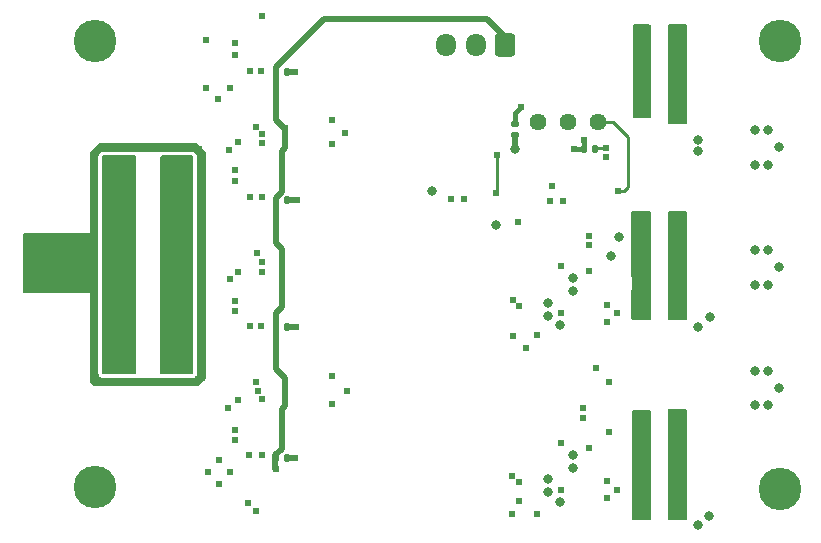
<source format=gbr>
%TF.GenerationSoftware,KiCad,Pcbnew,(6.0.2)*%
%TF.CreationDate,2022-05-06T23:20:48+08:00*%
%TF.ProjectId,NoiseAMP_V2.3,4e6f6973-6541-44d5-905f-56322e332e6b,rev?*%
%TF.SameCoordinates,Original*%
%TF.FileFunction,Copper,L4,Bot*%
%TF.FilePolarity,Positive*%
%FSLAX46Y46*%
G04 Gerber Fmt 4.6, Leading zero omitted, Abs format (unit mm)*
G04 Created by KiCad (PCBNEW (6.0.2)) date 2022-05-06 23:20:48*
%MOMM*%
%LPD*%
G01*
G04 APERTURE LIST*
G04 Aperture macros list*
%AMRoundRect*
0 Rectangle with rounded corners*
0 $1 Rounding radius*
0 $2 $3 $4 $5 $6 $7 $8 $9 X,Y pos of 4 corners*
0 Add a 4 corners polygon primitive as box body*
4,1,4,$2,$3,$4,$5,$6,$7,$8,$9,$2,$3,0*
0 Add four circle primitives for the rounded corners*
1,1,$1+$1,$2,$3*
1,1,$1+$1,$4,$5*
1,1,$1+$1,$6,$7*
1,1,$1+$1,$8,$9*
0 Add four rect primitives between the rounded corners*
20,1,$1+$1,$2,$3,$4,$5,0*
20,1,$1+$1,$4,$5,$6,$7,0*
20,1,$1+$1,$6,$7,$8,$9,0*
20,1,$1+$1,$8,$9,$2,$3,0*%
G04 Aperture macros list end*
%TA.AperFunction,ComponentPad*%
%ADD10C,3.600000*%
%TD*%
%TA.AperFunction,ComponentPad*%
%ADD11C,1.440000*%
%TD*%
%TA.AperFunction,ComponentPad*%
%ADD12RoundRect,0.250000X0.600000X0.725000X-0.600000X0.725000X-0.600000X-0.725000X0.600000X-0.725000X0*%
%TD*%
%TA.AperFunction,ComponentPad*%
%ADD13O,1.700000X1.950000*%
%TD*%
%TA.AperFunction,SMDPad,CuDef*%
%ADD14RoundRect,0.140000X-0.140000X-0.170000X0.140000X-0.170000X0.140000X0.170000X-0.140000X0.170000X0*%
%TD*%
%TA.AperFunction,SMDPad,CuDef*%
%ADD15RoundRect,0.140000X0.140000X0.170000X-0.140000X0.170000X-0.140000X-0.170000X0.140000X-0.170000X0*%
%TD*%
%TA.AperFunction,SMDPad,CuDef*%
%ADD16RoundRect,0.250000X-0.787500X-0.925000X0.787500X-0.925000X0.787500X0.925000X-0.787500X0.925000X0*%
%TD*%
%TA.AperFunction,SMDPad,CuDef*%
%ADD17RoundRect,0.250000X0.325000X0.650000X-0.325000X0.650000X-0.325000X-0.650000X0.325000X-0.650000X0*%
%TD*%
%TA.AperFunction,SMDPad,CuDef*%
%ADD18RoundRect,0.140000X0.170000X-0.140000X0.170000X0.140000X-0.170000X0.140000X-0.170000X-0.140000X0*%
%TD*%
%TA.AperFunction,ViaPad*%
%ADD19C,0.603000*%
%TD*%
%TA.AperFunction,ViaPad*%
%ADD20C,0.800000*%
%TD*%
%TA.AperFunction,Conductor*%
%ADD21C,0.250000*%
%TD*%
%TA.AperFunction,Conductor*%
%ADD22C,0.400000*%
%TD*%
%TA.AperFunction,Conductor*%
%ADD23C,0.500000*%
%TD*%
G04 APERTURE END LIST*
D10*
%TO.P,H1,1*%
%TO.N,N/C*%
X116789200Y-79123000D03*
%TD*%
%TO.P,H3,1*%
%TO.N,N/C*%
X174747228Y-79044800D03*
%TD*%
%TO.P,H4,1*%
%TO.N,N/C*%
X174747228Y-116990259D03*
%TD*%
D11*
%TO.P,RV1,1,1*%
%TO.N,Net-(R2-Pad2)*%
X154295000Y-85933478D03*
%TO.P,RV1,2,2*%
%TO.N,Net-(R22-Pad2)*%
X156835000Y-85933478D03*
%TO.P,RV1,3,3*%
X159375000Y-85933478D03*
%TD*%
D10*
%TO.P,H2,1*%
%TO.N,N/C*%
X116789200Y-116842000D03*
%TD*%
D12*
%TO.P,J1,1,Pin_1*%
%TO.N,VDD*%
X151471000Y-79392000D03*
D13*
%TO.P,J1,2,Pin_2*%
%TO.N,GND*%
X148971000Y-79392000D03*
%TO.P,J1,3,Pin_3*%
%TO.N,VSS*%
X146471000Y-79392000D03*
%TD*%
D14*
%TO.P,C52,1*%
%TO.N,VDD*%
X132082600Y-103276400D03*
%TO.P,C52,2*%
%TO.N,GND*%
X133042600Y-103276400D03*
%TD*%
D15*
%TO.P,C55,1*%
%TO.N,VDD*%
X159077600Y-88188800D03*
%TO.P,C55,2*%
%TO.N,GND*%
X158117600Y-88188800D03*
%TD*%
D14*
%TO.P,C50,1*%
%TO.N,VDD*%
X132082600Y-81711800D03*
%TO.P,C50,2*%
%TO.N,GND*%
X133042600Y-81711800D03*
%TD*%
D16*
%TO.P,C34,1*%
%TO.N,Net-(C14-Pad1)*%
X118758396Y-101853999D03*
%TO.P,C34,2*%
%TO.N,Net-(C14-Pad2)*%
X123683396Y-101853999D03*
%TD*%
D17*
%TO.P,C48,1*%
%TO.N,Net-(C37-Pad1)*%
X166067000Y-117262111D03*
%TO.P,C48,2*%
%TO.N,Net-(C37-Pad2)*%
X163117000Y-117262111D03*
%TD*%
D18*
%TO.P,C54,1*%
%TO.N,VDD*%
X152273000Y-87043200D03*
%TO.P,C54,2*%
%TO.N,GND*%
X152273000Y-86083200D03*
%TD*%
D17*
%TO.P,C47,1*%
%TO.N,Net-(C37-Pad1)*%
X166067000Y-114849111D03*
%TO.P,C47,2*%
%TO.N,Net-(C37-Pad2)*%
X163117000Y-114849111D03*
%TD*%
D14*
%TO.P,C51,1*%
%TO.N,VDD*%
X132082600Y-92583000D03*
%TO.P,C51,2*%
%TO.N,GND*%
X133042600Y-92583000D03*
%TD*%
%TO.P,C53,1*%
%TO.N,VDD*%
X132057200Y-114350800D03*
%TO.P,C53,2*%
%TO.N,GND*%
X133017200Y-114350800D03*
%TD*%
D16*
%TO.P,C30,1*%
%TO.N,Net-(C14-Pad1)*%
X118758396Y-94233999D03*
%TO.P,C30,2*%
%TO.N,Net-(C14-Pad2)*%
X123683396Y-94233999D03*
%TD*%
%TO.P,C27,1*%
%TO.N,Net-(C14-Pad1)*%
X118758396Y-90423999D03*
%TO.P,C27,2*%
%TO.N,Net-(C14-Pad2)*%
X123683396Y-90423999D03*
%TD*%
D17*
%TO.P,C31,1*%
%TO.N,Net-(C16-Pad1)*%
X166043835Y-98044000D03*
%TO.P,C31,2*%
%TO.N,Net-(C16-Pad2)*%
X163093835Y-98044000D03*
%TD*%
%TO.P,C12,1*%
%TO.N,Net-(C10-Pad1)*%
X166043835Y-83439000D03*
%TO.P,C12,2*%
%TO.N,Net-(C10-Pad2)*%
X163093835Y-83439000D03*
%TD*%
%TO.P,C29,1*%
%TO.N,Net-(C16-Pad1)*%
X166043835Y-95631000D03*
%TO.P,C29,2*%
%TO.N,Net-(C16-Pad2)*%
X163093835Y-95631000D03*
%TD*%
D16*
%TO.P,C35,1*%
%TO.N,Net-(C14-Pad1)*%
X118758396Y-105663999D03*
%TO.P,C35,2*%
%TO.N,Net-(C14-Pad2)*%
X123683396Y-105663999D03*
%TD*%
D17*
%TO.P,C11,1*%
%TO.N,Net-(C10-Pad1)*%
X166043835Y-81026000D03*
%TO.P,C11,2*%
%TO.N,Net-(C10-Pad2)*%
X163093835Y-81026000D03*
%TD*%
%TO.P,C33,1*%
%TO.N,Net-(C16-Pad1)*%
X166043835Y-100457000D03*
%TO.P,C33,2*%
%TO.N,Net-(C16-Pad2)*%
X163093835Y-100457000D03*
%TD*%
%TO.P,C10,1*%
%TO.N,Net-(C10-Pad1)*%
X166043835Y-78613000D03*
%TO.P,C10,2*%
%TO.N,Net-(C10-Pad2)*%
X163093835Y-78613000D03*
%TD*%
%TO.P,C46,1*%
%TO.N,Net-(C37-Pad1)*%
X166067000Y-112436111D03*
%TO.P,C46,2*%
%TO.N,Net-(C37-Pad2)*%
X163117000Y-112436111D03*
%TD*%
D16*
%TO.P,C32,1*%
%TO.N,Net-(C14-Pad1)*%
X118758396Y-98043999D03*
%TO.P,C32,2*%
%TO.N,Net-(C14-Pad2)*%
X123683396Y-98043999D03*
%TD*%
D19*
%TO.N,Net-(R22-Pad2)*%
X161036000Y-91744800D03*
%TO.N,Net-(C3-Pad1)*%
X150739500Y-91957500D03*
X150749000Y-88773000D03*
%TO.N,GND*%
X152781000Y-84709000D03*
X157302200Y-88188800D03*
X158117600Y-87452200D03*
X152527000Y-94411800D03*
X160121600Y-102870000D03*
X160985200Y-102108000D03*
X160121600Y-101422200D03*
X160121600Y-117779800D03*
X160934400Y-117094000D03*
X160121600Y-116332000D03*
X154203400Y-104013000D03*
X154178000Y-119126000D03*
X152690990Y-118073010D03*
X152019000Y-119126000D03*
X152682000Y-116456400D03*
X152095200Y-115951000D03*
X160299400Y-112191800D03*
X160274000Y-107950000D03*
X159181800Y-106807000D03*
X152146000Y-104038400D03*
X153212800Y-105054400D03*
X152682000Y-101521200D03*
X152146000Y-100990400D03*
%TO.N,VDD*%
X158597600Y-113538000D03*
X158089600Y-110185200D03*
X158089600Y-110998000D03*
X158597600Y-98552000D03*
D20*
%TO.N,VSS*%
X156108400Y-103124000D03*
X155143200Y-102362000D03*
X155143200Y-101244400D03*
X157226000Y-100228400D03*
X157226000Y-99161600D03*
X157243520Y-115220567D03*
X157226000Y-114147600D03*
X156108400Y-118110000D03*
X155143200Y-117297200D03*
X155143200Y-116179600D03*
D19*
%TO.N,Net-(C38-Pad2)*%
X156210000Y-113157000D03*
X156210000Y-117094000D03*
%TO.N,Net-(C17-Pad2)*%
X156210000Y-98171000D03*
X156210000Y-102108000D03*
%TO.N,Net-(C10-Pad1)*%
X166471600Y-79918230D03*
X166471600Y-82305830D03*
X165658800Y-82305830D03*
X165658800Y-79918230D03*
X166471600Y-84744230D03*
X165658800Y-84744230D03*
%TO.N,Net-(C10-Pad2)*%
X162661600Y-79918230D03*
X163423600Y-82305830D03*
X163423600Y-79918230D03*
X163423600Y-84744230D03*
X162661600Y-84744230D03*
X162661600Y-82305830D03*
D20*
%TO.N,Net-(C14-Pad1)*%
X117842696Y-96138999D03*
X118807896Y-99948999D03*
X119747696Y-96138999D03*
X117842696Y-92328999D03*
X118807896Y-92328999D03*
X118807896Y-96138999D03*
X119747696Y-99948999D03*
X117842696Y-99948999D03*
X119747696Y-103758999D03*
X117842696Y-103758999D03*
X118807896Y-103758999D03*
X119747696Y-92328999D03*
%TO.N,Net-(C14-Pad2)*%
X124573696Y-96138999D03*
X124573696Y-103758999D03*
X122795696Y-92328999D03*
X122795696Y-103758999D03*
X123684696Y-92328999D03*
X122795696Y-99948999D03*
X123684696Y-99948999D03*
X123684696Y-96138999D03*
X122795696Y-96138999D03*
X124573696Y-99948999D03*
X124573696Y-92328999D03*
X123684696Y-103758999D03*
D19*
%TO.N,Net-(C16-Pad1)*%
X165709600Y-95707200D03*
X166471600Y-95707200D03*
X165709600Y-98094800D03*
X166471600Y-98094800D03*
X166471600Y-100533200D03*
X165709600Y-100533200D03*
%TO.N,Net-(C16-Pad2)*%
X162661600Y-95707200D03*
X162661600Y-100533200D03*
X162661600Y-98094800D03*
X163423600Y-100533200D03*
X163423600Y-98094800D03*
X163423600Y-95707200D03*
%TO.N,GND*%
X130364896Y-86372096D03*
X130876896Y-76996704D03*
X118731696Y-108076999D03*
X133807200Y-103276400D03*
X119493696Y-88010999D03*
X128190001Y-115548399D03*
X116572696Y-104901999D03*
X123557696Y-88010999D03*
X113258600Y-99366600D03*
X116572696Y-101853999D03*
X116572696Y-105917999D03*
X136794896Y-109845496D03*
D20*
X172618400Y-106984800D03*
D19*
X116572696Y-100837999D03*
X130886200Y-109372400D03*
X137920001Y-86869999D03*
X116572696Y-93979999D03*
X138123201Y-108688599D03*
D20*
X167767000Y-103301800D03*
X172618400Y-109931200D03*
D19*
X120509696Y-88010999D03*
X126317999Y-115548399D03*
X116699696Y-107822999D03*
X125843696Y-98133504D03*
X115622600Y-96416600D03*
X116572696Y-102869999D03*
X116572696Y-91947999D03*
D20*
X168747912Y-119294112D03*
D19*
X130872896Y-98641504D03*
X125843696Y-104520999D03*
X125843696Y-101472999D03*
X136794896Y-87798296D03*
X116572696Y-90931999D03*
D20*
X172618400Y-99720400D03*
D19*
X126111000Y-78994000D03*
X130454400Y-97053400D03*
X130876896Y-86953504D03*
X127240696Y-114591496D03*
X125843696Y-106552999D03*
X116572696Y-89915999D03*
X127240696Y-116572696D03*
X126136400Y-83032600D03*
X125843696Y-102488999D03*
X114577600Y-99366600D03*
D20*
X173736000Y-99720400D03*
X174701200Y-108458000D03*
X174701200Y-88087200D03*
D19*
X128144199Y-99238999D03*
X111758600Y-96418400D03*
X125843696Y-93344999D03*
X121525696Y-88010999D03*
X122541696Y-88010999D03*
D20*
X150723600Y-94691200D03*
D19*
X111758600Y-99364800D03*
X128168400Y-83032600D03*
D20*
X173736000Y-106984800D03*
D19*
X118477696Y-88010999D03*
X133654800Y-81711800D03*
X125602396Y-88252299D03*
X124573696Y-88010999D03*
X128045999Y-110138999D03*
D20*
X172618400Y-86614000D03*
D19*
X116572696Y-99821999D03*
X116572696Y-92963999D03*
X124827696Y-108076999D03*
X125843696Y-103504999D03*
D20*
X173736000Y-96774000D03*
D19*
X130364896Y-118885304D03*
X125843696Y-91312999D03*
X125843696Y-100456999D03*
X114606600Y-96416600D03*
X129667000Y-118237000D03*
X116572696Y-88899999D03*
X125843696Y-105536999D03*
D20*
X173736000Y-86614000D03*
X145262600Y-91770200D03*
D19*
X130581400Y-108686600D03*
X113258600Y-96416600D03*
X125843696Y-90296999D03*
X120763696Y-108076999D03*
X136794896Y-107451504D03*
X119747696Y-108076999D03*
X125843696Y-94360999D03*
D20*
X160477200Y-97282000D03*
D19*
X125780800Y-107645200D03*
X130886200Y-97815400D03*
D20*
X167767000Y-88392000D03*
D19*
X117715696Y-108076999D03*
X130876896Y-87690104D03*
D20*
X172618400Y-89560400D03*
D19*
X117461696Y-88010999D03*
X127189896Y-83984496D03*
X125843696Y-92328999D03*
X122795696Y-108076999D03*
X111758600Y-97891600D03*
X128844896Y-87664704D03*
X125843696Y-89280999D03*
X128840896Y-109512704D03*
D20*
X172618400Y-96774000D03*
D19*
X116572696Y-106933999D03*
X125843696Y-95376999D03*
X136794896Y-85791696D03*
D20*
X174701200Y-98247200D03*
D19*
X121779696Y-108076999D03*
X128840896Y-98614896D03*
D20*
X167767000Y-87452200D03*
D19*
X155409900Y-91351100D03*
X123811696Y-108076999D03*
D20*
X161086800Y-95656400D03*
D19*
X115619000Y-99366600D03*
D20*
X168833800Y-102489000D03*
D19*
X133654800Y-114350800D03*
X130364896Y-107988704D03*
X133832600Y-92583000D03*
D20*
X173736000Y-89560400D03*
D19*
X125843696Y-99440999D03*
X116572696Y-96011999D03*
D20*
X173736000Y-109931200D03*
X167792400Y-120091200D03*
D19*
X116572696Y-103885999D03*
X116572696Y-94995999D03*
X128071399Y-88294999D03*
%TO.N,Net-(C37-Pad1)*%
X165709600Y-114909600D03*
X165709600Y-117297200D03*
X166471600Y-114909600D03*
X165709600Y-112471200D03*
X166471600Y-117297200D03*
X166471600Y-112471200D03*
%TO.N,Net-(C37-Pad2)*%
X162712400Y-117297200D03*
X163423600Y-112471200D03*
X163474400Y-117297200D03*
X163474400Y-114909600D03*
X162712400Y-114909600D03*
X162661600Y-112471200D03*
%TO.N,VDD*%
X160045400Y-88163400D03*
X132066696Y-104393999D03*
X132066696Y-82778599D03*
X132041296Y-115315999D03*
X158572200Y-96393000D03*
X132828696Y-108330999D03*
X160045400Y-88925400D03*
X132066696Y-93497399D03*
X158572200Y-95554800D03*
X132828696Y-109092999D03*
X132828696Y-86486999D03*
X132828696Y-87248999D03*
D20*
X152273000Y-88239600D03*
D19*
%TO.N,VSS*%
X129870200Y-81635600D03*
X147980400Y-92430600D03*
X128637696Y-112013999D03*
X128637696Y-101091999D03*
X156337000Y-92633800D03*
X128637696Y-101980999D03*
X129870200Y-92303600D03*
X146913600Y-92430600D03*
X130810000Y-81635600D03*
X130886200Y-92329000D03*
X128637696Y-80263999D03*
X129870200Y-103225600D03*
X128637696Y-79247999D03*
X130835400Y-103225600D03*
X130860800Y-114173000D03*
X128637696Y-90931999D03*
X128637696Y-112902999D03*
X155295600Y-92633800D03*
X128637696Y-90042999D03*
X129819400Y-114173000D03*
%TD*%
D21*
%TO.N,Net-(R22-Pad2)*%
X160634878Y-85933478D02*
X159375000Y-85933478D01*
X161874200Y-87172800D02*
X160634878Y-85933478D01*
X161874200Y-91414600D02*
X161874200Y-87172800D01*
X161544000Y-91744800D02*
X161874200Y-91414600D01*
X161036000Y-91744800D02*
X161544000Y-91744800D01*
%TO.N,Net-(C3-Pad1)*%
X150739500Y-91957500D02*
X150749000Y-91948000D01*
X150749000Y-91948000D02*
X150749000Y-88773000D01*
D22*
%TO.N,GND*%
X152273000Y-85217000D02*
X152781000Y-84709000D01*
X152273000Y-86083200D02*
X152273000Y-85217000D01*
X158117600Y-88188800D02*
X157302200Y-88188800D01*
X158117600Y-88188800D02*
X158117600Y-87452200D01*
D21*
%TO.N,VDD*%
X159103000Y-88163400D02*
X159077600Y-88188800D01*
X160045400Y-88163400D02*
X159103000Y-88163400D01*
D23*
%TO.N,GND*%
X133042600Y-92583000D02*
X133832600Y-92583000D01*
X133042600Y-103276400D02*
X133807200Y-103276400D01*
X133017200Y-114350800D02*
X133654800Y-114350800D01*
X133042600Y-81711800D02*
X133654800Y-81711800D01*
%TO.N,VDD*%
X132064096Y-103250999D02*
X132064096Y-104391399D01*
X132066696Y-96151096D02*
X132066696Y-93497399D01*
X132064096Y-104391399D02*
X132066696Y-104393999D01*
X132588000Y-88392000D02*
X132588000Y-91830495D01*
X132765799Y-86486999D02*
X132066696Y-85787896D01*
X132036096Y-115310799D02*
X132041296Y-115315999D01*
X132828696Y-109969904D02*
X132588000Y-110210600D01*
X149910800Y-77216000D02*
X136144000Y-77216000D01*
X152273000Y-87043200D02*
X152273000Y-88239600D01*
X132828696Y-86486999D02*
X132765799Y-86486999D01*
X132064096Y-81660999D02*
X132064096Y-82775999D01*
X132064096Y-82775999D02*
X132066696Y-82778599D01*
X132588000Y-96672400D02*
X132066696Y-96151096D01*
X136144000Y-77216000D02*
X132082600Y-81277400D01*
X132064096Y-103250999D02*
X132064096Y-102098504D01*
X132828696Y-87248999D02*
X132828696Y-88151304D01*
X132828696Y-109092999D02*
X132828696Y-109969904D01*
X132828696Y-87248999D02*
X132828696Y-86486999D01*
X132828696Y-107631896D02*
X132066696Y-106869896D01*
X132082600Y-81277400D02*
X132082600Y-81711800D01*
X132828696Y-108330999D02*
X132828696Y-107631896D01*
X151471000Y-78776200D02*
X149910800Y-77216000D01*
X132588000Y-110210600D02*
X132588000Y-113621095D01*
X132064096Y-93494799D02*
X132066696Y-93497399D01*
X132828696Y-88151304D02*
X132588000Y-88392000D01*
X132066696Y-106869896D02*
X132066696Y-104393999D01*
X132588000Y-91830495D02*
X132064096Y-92354399D01*
X132066696Y-85787896D02*
X132066696Y-82778599D01*
X132828696Y-109092999D02*
X132828696Y-108330999D01*
X132064096Y-102098504D02*
X132588000Y-101574600D01*
X132588000Y-113621095D02*
X132036096Y-114172999D01*
X132036096Y-114172999D02*
X132036096Y-115310799D01*
X132588000Y-101574600D02*
X132588000Y-96672400D01*
X132064096Y-92354399D02*
X132064096Y-93494799D01*
X151471000Y-79392000D02*
X151471000Y-78776200D01*
%TD*%
%TA.AperFunction,Conductor*%
%TO.N,Net-(C14-Pad1)*%
G36*
X120197817Y-88793001D02*
G01*
X120244310Y-88846657D01*
X120255696Y-88898999D01*
X120255696Y-107188999D01*
X120235694Y-107257120D01*
X120182038Y-107303613D01*
X120129696Y-107314999D01*
X117460696Y-107314999D01*
X117392575Y-107294997D01*
X117346082Y-107241341D01*
X117334696Y-107188999D01*
X117334696Y-88898999D01*
X117354698Y-88830878D01*
X117408354Y-88784385D01*
X117460696Y-88772999D01*
X120129696Y-88772999D01*
X120197817Y-88793001D01*
G37*
%TD.AperFunction*%
%TD*%
%TA.AperFunction,Conductor*%
%TO.N,Net-(C10-Pad2)*%
G36*
X163755346Y-77701032D02*
G01*
X163801839Y-77754688D01*
X163813225Y-77807030D01*
X163813225Y-85472000D01*
X163793223Y-85540121D01*
X163739567Y-85586614D01*
X163687225Y-85598000D01*
X162415225Y-85598000D01*
X162347104Y-85577998D01*
X162300611Y-85524342D01*
X162289225Y-85472000D01*
X162289225Y-77807030D01*
X162309227Y-77738909D01*
X162362883Y-77692416D01*
X162415225Y-77681030D01*
X163687225Y-77681030D01*
X163755346Y-77701032D01*
G37*
%TD.AperFunction*%
%TD*%
%TA.AperFunction,Conductor*%
%TO.N,Net-(C14-Pad2)*%
G36*
X125023817Y-88793001D02*
G01*
X125070310Y-88846657D01*
X125081696Y-88898999D01*
X125081696Y-107188999D01*
X125061694Y-107257120D01*
X125008038Y-107303613D01*
X124955696Y-107314999D01*
X122413696Y-107314999D01*
X122345575Y-107294997D01*
X122299082Y-107241341D01*
X122287696Y-107188999D01*
X122287696Y-88898999D01*
X122307698Y-88830878D01*
X122361354Y-88784385D01*
X122413696Y-88772999D01*
X124955696Y-88772999D01*
X125023817Y-88793001D01*
G37*
%TD.AperFunction*%
%TD*%
%TA.AperFunction,Conductor*%
%TO.N,Net-(C37-Pad1)*%
G36*
X166820121Y-110256002D02*
G01*
X166866614Y-110309658D01*
X166878000Y-110362000D01*
X166878000Y-119507923D01*
X166857998Y-119576044D01*
X166804342Y-119622537D01*
X166751924Y-119633923D01*
X166221392Y-119633598D01*
X165353289Y-119633066D01*
X165285180Y-119613022D01*
X165238720Y-119559338D01*
X165227367Y-119506700D01*
X165253950Y-110361989D01*
X165258949Y-110362004D01*
X165259065Y-110326114D01*
X165297640Y-110266511D01*
X165362315Y-110237226D01*
X165379846Y-110236000D01*
X166752000Y-110236000D01*
X166820121Y-110256002D01*
G37*
%TD.AperFunction*%
%TD*%
%TA.AperFunction,Conductor*%
%TO.N,Net-(C16-Pad1)*%
G36*
X166825060Y-93494799D02*
G01*
X166871553Y-93548455D01*
X166882939Y-93600797D01*
X166882939Y-96648385D01*
X166882936Y-96649232D01*
X166878000Y-97383600D01*
X166878000Y-98653600D01*
X166878001Y-98653735D01*
X166878001Y-98653817D01*
X166882937Y-99442466D01*
X166882939Y-99443255D01*
X166882939Y-102619797D01*
X166862937Y-102687918D01*
X166809281Y-102734411D01*
X166756939Y-102745797D01*
X165358305Y-102745797D01*
X165290184Y-102725795D01*
X165243691Y-102672139D01*
X165232306Y-102619431D01*
X165241541Y-99442786D01*
X165249661Y-96649232D01*
X165258524Y-93600431D01*
X165278724Y-93532368D01*
X165332514Y-93486032D01*
X165384523Y-93474797D01*
X166756939Y-93474797D01*
X166825060Y-93494799D01*
G37*
%TD.AperFunction*%
%TD*%
%TA.AperFunction,Conductor*%
%TO.N,Net-(C16-Pad2)*%
G36*
X163767014Y-93484953D02*
G01*
X163813507Y-93538609D01*
X163824893Y-93590951D01*
X163824893Y-102609951D01*
X163804891Y-102678072D01*
X163751235Y-102724565D01*
X163698893Y-102735951D01*
X162299893Y-102735951D01*
X162231772Y-102715949D01*
X162185279Y-102662293D01*
X162173893Y-102609951D01*
X162173893Y-100234870D01*
X162178476Y-100217482D01*
X162176518Y-100217256D01*
X162178278Y-100202004D01*
X162179000Y-100203000D01*
X162179000Y-99060000D01*
X162175652Y-99055379D01*
X162173893Y-99044247D01*
X162173893Y-93590951D01*
X162193895Y-93522830D01*
X162247551Y-93476337D01*
X162299893Y-93464951D01*
X163698893Y-93464951D01*
X163767014Y-93484953D01*
G37*
%TD.AperFunction*%
%TD*%
%TA.AperFunction,Conductor*%
%TO.N,Net-(C37-Pad2)*%
G36*
X163772121Y-110383002D02*
G01*
X163818614Y-110436658D01*
X163830000Y-110489000D01*
X163830000Y-119508000D01*
X163809998Y-119576121D01*
X163756342Y-119622614D01*
X163704000Y-119634000D01*
X162305000Y-119634000D01*
X162236879Y-119613998D01*
X162190386Y-119560342D01*
X162179000Y-119508000D01*
X162179000Y-110489000D01*
X162199002Y-110420879D01*
X162252658Y-110374386D01*
X162305000Y-110363000D01*
X163704000Y-110363000D01*
X163772121Y-110383002D01*
G37*
%TD.AperFunction*%
%TD*%
%TA.AperFunction,Conductor*%
%TO.N,GND*%
G36*
X125491931Y-87777002D02*
G01*
X125512905Y-87793905D01*
X126074095Y-88355095D01*
X126108121Y-88417407D01*
X126111000Y-88444190D01*
X126111000Y-107643810D01*
X126090998Y-107711931D01*
X126074095Y-107732905D01*
X125512905Y-108294095D01*
X125450593Y-108328121D01*
X125423810Y-108331000D01*
X116765190Y-108331000D01*
X116697069Y-108310998D01*
X116676095Y-108294095D01*
X116368905Y-107986905D01*
X116334879Y-107924593D01*
X116332000Y-107897810D01*
X116332000Y-107188999D01*
X117034696Y-107188999D01*
X117041552Y-107252767D01*
X117052938Y-107305109D01*
X117063698Y-107342630D01*
X117067675Y-107349430D01*
X117115895Y-107431879D01*
X117119357Y-107437799D01*
X117165850Y-107491455D01*
X117209780Y-107532875D01*
X117308056Y-107582845D01*
X117313642Y-107584485D01*
X117313644Y-107584486D01*
X117371865Y-107601581D01*
X117376177Y-107602847D01*
X117380617Y-107603485D01*
X117380620Y-107603486D01*
X117456250Y-107614360D01*
X117456253Y-107614360D01*
X117460696Y-107614999D01*
X120129696Y-107614999D01*
X120193464Y-107608143D01*
X120196754Y-107607427D01*
X120196756Y-107607427D01*
X120237966Y-107598463D01*
X120308782Y-107603529D01*
X120330855Y-107616626D01*
X120331896Y-107616852D01*
X120331896Y-107619799D01*
X122211496Y-107619799D01*
X122211496Y-107614480D01*
X122237861Y-107606738D01*
X122248390Y-107599972D01*
X122319386Y-107599972D01*
X122329177Y-107602847D01*
X122333617Y-107603485D01*
X122333620Y-107603486D01*
X122409250Y-107614360D01*
X122409253Y-107614360D01*
X122413696Y-107614999D01*
X124955696Y-107614999D01*
X125019464Y-107608143D01*
X125022748Y-107607429D01*
X125022752Y-107607428D01*
X125049625Y-107601582D01*
X125071806Y-107596757D01*
X125109327Y-107585997D01*
X125193172Y-107536961D01*
X125199475Y-107533275D01*
X125199479Y-107533272D01*
X125204496Y-107530338D01*
X125258152Y-107483845D01*
X125299572Y-107439915D01*
X125349542Y-107341639D01*
X125369544Y-107273518D01*
X125381696Y-107188999D01*
X125381696Y-88898999D01*
X125374840Y-88835231D01*
X125363454Y-88782889D01*
X125352694Y-88745368D01*
X125343322Y-88729344D01*
X125299972Y-88655220D01*
X125299969Y-88655216D01*
X125297035Y-88650199D01*
X125250542Y-88596543D01*
X125206612Y-88555123D01*
X125108336Y-88505153D01*
X125102750Y-88503513D01*
X125102748Y-88503512D01*
X125044527Y-88486417D01*
X125044526Y-88486417D01*
X125040215Y-88485151D01*
X125035775Y-88484513D01*
X125035772Y-88484512D01*
X124960142Y-88473638D01*
X124960139Y-88473638D01*
X124955696Y-88472999D01*
X122413696Y-88472999D01*
X122349928Y-88479855D01*
X122346638Y-88480571D01*
X122346636Y-88480571D01*
X122305426Y-88489535D01*
X122234610Y-88484469D01*
X122212537Y-88471372D01*
X122211496Y-88471146D01*
X122211496Y-88468199D01*
X120331896Y-88468199D01*
X120331896Y-88473518D01*
X120305531Y-88481260D01*
X120295002Y-88488026D01*
X120224006Y-88488026D01*
X120214215Y-88485151D01*
X120209775Y-88484513D01*
X120209772Y-88484512D01*
X120134142Y-88473638D01*
X120134139Y-88473638D01*
X120129696Y-88472999D01*
X117460696Y-88472999D01*
X117396928Y-88479855D01*
X117393644Y-88480569D01*
X117393640Y-88480570D01*
X117375717Y-88484469D01*
X117344586Y-88491241D01*
X117307065Y-88502001D01*
X117300265Y-88505978D01*
X117216917Y-88554723D01*
X117216913Y-88554726D01*
X117211896Y-88557660D01*
X117158240Y-88604153D01*
X117116820Y-88648083D01*
X117066850Y-88746359D01*
X117046848Y-88814480D01*
X117034696Y-88898999D01*
X117034696Y-107188999D01*
X116332000Y-107188999D01*
X116332000Y-100457000D01*
X110743000Y-100457000D01*
X110674879Y-100436998D01*
X110628386Y-100383342D01*
X110617000Y-100331000D01*
X110617000Y-95503000D01*
X110637002Y-95434879D01*
X110690658Y-95388386D01*
X110743000Y-95377000D01*
X116332000Y-95377000D01*
X116332000Y-88571190D01*
X116352002Y-88503069D01*
X116368905Y-88482095D01*
X117057095Y-87793905D01*
X117119407Y-87759879D01*
X117146190Y-87757000D01*
X125423810Y-87757000D01*
X125491931Y-87777002D01*
G37*
%TD.AperFunction*%
%TD*%
%TA.AperFunction,Conductor*%
%TO.N,Net-(C10-Pad1)*%
G36*
X166820121Y-77703032D02*
G01*
X166866614Y-77756688D01*
X166878000Y-77809030D01*
X166878000Y-85980000D01*
X166857998Y-86048121D01*
X166804342Y-86094614D01*
X166752000Y-86106000D01*
X165353000Y-86106000D01*
X165284879Y-86085998D01*
X165238386Y-86032342D01*
X165227000Y-85980000D01*
X165227000Y-77809030D01*
X165247002Y-77740909D01*
X165300658Y-77694416D01*
X165353000Y-77683030D01*
X166752000Y-77683030D01*
X166820121Y-77703032D01*
G37*
%TD.AperFunction*%
%TD*%
M02*

</source>
